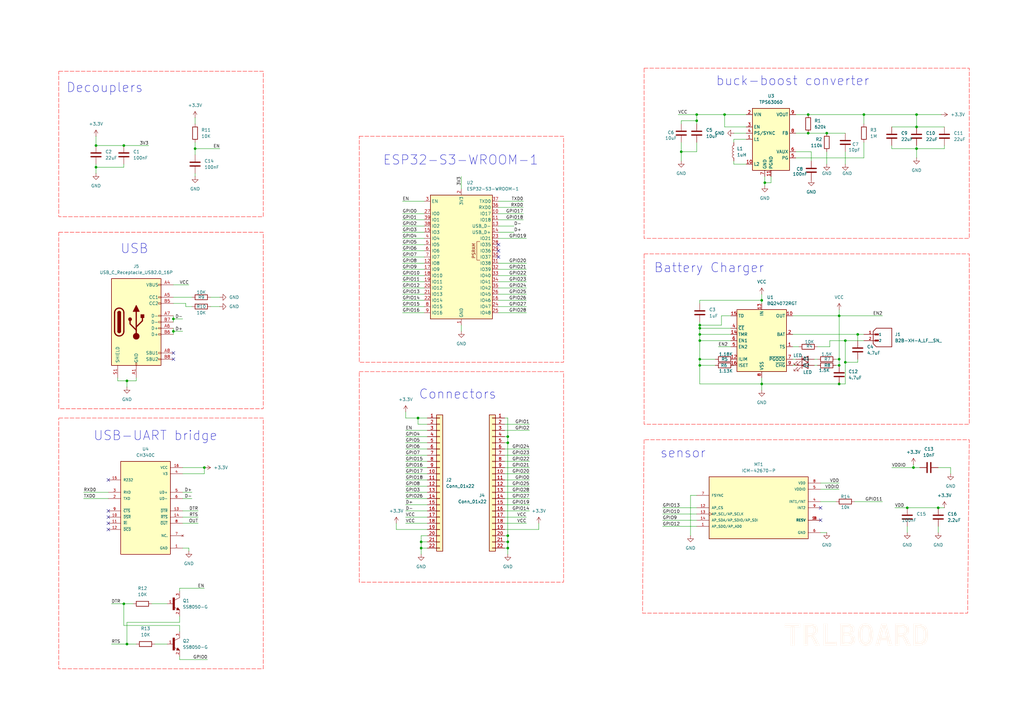
<source format=kicad_sch>
(kicad_sch (version 20250114) (generator "eeschema") (generator_version "9.0")
  (paper "A3")
  (lib_symbols
    (symbol "B2B-XH-A_LF__SN_:B2B-XH-A_LF__SN_" (pin_names (offset 1.016))
      (property "Reference" "J" (at -2.54 6.35 0))
      (property "Value" "B2B-XH-A_LF__SN_" (at -2.54 -5.08 0))
      (symbol "B2B-XH-A_LF__SN__0_0"
        (pin passive line (at -7.62 2.54 0) (length 5.08) (name "1") (number "1"))
        (pin passive line (at -7.62 0 0) (length 5.08) (name "2") (number "2"))
      )
    )
    (symbol "Battery_Management:BQ24072RGT"
      (property "Reference" "U" (at -8.89 13.97 0))
      (property "Value" "BQ24072RGT" (at 16.51 13.97 0))
      (symbol "BQ24072RGT_1_1"
        (pin input line (at -12.7 10.16 0) (length 2.54) (name "TD") (number "15"))
        (pin input line (at -12.7 5.08 0) (length 2.54) (name "~{CE}") (number "4"))
        (pin input line (at -12.7 2.54 0) (length 2.54) (name "TMR") (number "14"))
        (pin input line (at -12.7 0 0) (length 2.54) (name "EN1") (number "6"))
        (pin input line (at -12.7 -2.54 0) (length 2.54) (name "EN2") (number "5"))
        (pin passive line (at -12.7 -7.62 0) (length 2.54) (name "ILIM") (number "12"))
        (pin passive line (at -12.7 -10.16 0) (length 2.54) (name "ISET") (number "16"))
        (pin power_in line (at 0 15.24 270) (length 2.54) (name "IN") (number "13"))
        (pin passive line (at 0 -15.24 90) (length 2.54) (hide yes) (name "VSS") (number "17"))
        (pin power_in line (at 0 -15.24 90) (length 2.54) (name "VSS") (number "8"))
        (pin power_out line (at 12.7 10.16 180) (length 2.54) (name "OUT") (number "10"))
        (pin passive line (at 12.7 10.16 180) (length 2.54) (hide yes) (name "OUT") (number "11"))
        (pin power_out line (at 12.7 2.54 180) (length 2.54) (name "BAT") (number "2"))
        (pin passive line (at 12.7 2.54 180) (length 2.54) (hide yes) (name "BAT") (number "3"))
        (pin passive line (at 12.7 -2.54 180) (length 2.54) (name "TS") (number "1"))
        (pin open_collector line (at 12.7 -7.62 180) (length 2.54) (name "~{PGOOD}") (number "7"))
        (pin open_collector line (at 12.7 -10.16 180) (length 2.54) (name "~{CHG}") (number "9"))
      )
    )
    (symbol "CH340C:CH340C" (pin_names (offset 1.016))
      (property "Reference" "U" (at -10.16 20.955 0))
      (property "Value" "CH340C" (at -10.16 -20.32 0))
      (symbol "CH340C_0_0"
        (pin input line (at -15.24 12.7 0) (length 5.08) (name "R232") (number "15"))
        (pin input line (at -15.24 7.62 0) (length 5.08) (name "RXD") (number "3"))
        (pin output line (at -15.24 5.08 0) (length 5.08) (name "TXD") (number "2"))
        (pin input line (at -15.24 0 0) (length 5.08) (name "~{CTS}") (number "9"))
        (pin input line (at -15.24 -2.54 0) (length 5.08) (name "~{DSR}") (number "10"))
        (pin input line (at -15.24 -5.08 0) (length 5.08) (name "~{RI}") (number "11"))
        (pin input line (at -15.24 -7.62 0) (length 5.08) (name "~{DCD}") (number "12"))
        (pin power_in line (at 15.24 17.78 180) (length 5.08) (name "VCC") (number "16"))
        (pin power_in line (at 15.24 15.24 180) (length 5.08) (name "V3") (number "4"))
        (pin bidirectional line (at 15.24 7.62 180) (length 5.08) (name "UD+") (number "5"))
        (pin bidirectional line (at 15.24 5.08 180) (length 5.08) (name "UD-") (number "6"))
        (pin output line (at 15.24 0 180) (length 5.08) (name "~{DTR}") (number "13"))
        (pin output line (at 15.24 -2.54 180) (length 5.08) (name "~{RTS}") (number "14"))
        (pin output line (at 15.24 -5.08 180) (length 5.08) (name "~{OUT}") (number "8"))
        (pin no_connect line (at 15.24 -10.16 180) (length 5.08) (name "NC.") (number "7"))
        (pin power_in line (at 15.24 -15.24 180) (length 5.08) (name "GND") (number "1"))
      )
    )
    (symbol "Connector:USB_C_Receptacle_USB2.0_16P" (pin_names (offset 1.016))
      (property "Reference" "J" (at 0 22.225 0))
      (property "Value" "USB_C_Receptacle_USB2.0_16P" (at 0 19.685 0))
      (symbol "USB_C_Receptacle_USB2.0_16P_1_1"
        (pin passive line (at -7.62 -22.86 90) (length 5.08) (name "SHIELD") (number "S1"))
        (pin passive line (at 0 -22.86 90) (length 5.08) (name "GND") (number "A1"))
        (pin passive line (at 0 -22.86 90) (length 5.08) (hide yes) (name "GND") (number "A12"))
        (pin passive line (at 0 -22.86 90) (length 5.08) (hide yes) (name "GND") (number "B1"))
        (pin passive line (at 0 -22.86 90) (length 5.08) (hide yes) (name "GND") (number "B12"))
        (pin passive line (at 15.24 15.24 180) (length 5.08) (name "VBUS") (number "A4"))
        (pin passive line (at 15.24 15.24 180) (length 5.08) (hide yes) (name "VBUS") (number "A9"))
        (pin passive line (at 15.24 15.24 180) (length 5.08) (hide yes) (name "VBUS") (number "B4"))
        (pin passive line (at 15.24 15.24 180) (length 5.08) (hide yes) (name "VBUS") (number "B9"))
        (pin bidirectional line (at 15.24 10.16 180) (length 5.08) (name "CC1") (number "A5"))
        (pin bidirectional line (at 15.24 7.62 180) (length 5.08) (name "CC2") (number "B5"))
        (pin bidirectional line (at 15.24 2.54 180) (length 5.08) (name "D-") (number "A7"))
        (pin bidirectional line (at 15.24 0 180) (length 5.08) (name "D-") (number "B7"))
        (pin bidirectional line (at 15.24 -2.54 180) (length 5.08) (name "D+") (number "A6"))
        (pin bidirectional line (at 15.24 -5.08 180) (length 5.08) (name "D+") (number "B6"))
        (pin bidirectional line (at 15.24 -12.7 180) (length 5.08) (name "SBU1") (number "A8"))
        (pin bidirectional line (at 15.24 -15.24 180) (length 5.08) (name "SBU2") (number "B8"))
      )
    )
    (symbol "Connector_Generic:Conn_01x22" (pin_names (offset 1.016) (hide yes))
      (property "Reference" "J" (at 0 27.94 0))
      (property "Value" "Conn_01x22" (at 0 -30.48 0))
      (symbol "Conn_01x22_1_1"
        (pin passive line (at -5.08 25.4 0) (length 3.81) (name "Pin_1") (number "1"))
        (pin passive line (at -5.08 22.86 0) (length 3.81) (name "Pin_2") (number "2"))
        (pin passive line (at -5.08 20.32 0) (length 3.81) (name "Pin_3") (number "3"))
        (pin passive line (at -5.08 17.78 0) (length 3.81) (name "Pin_4") (number "4"))
        (pin passive line (at -5.08 15.24 0) (length 3.81) (name "Pin_5") (number "5"))
        (pin passive line (at -5.08 12.7 0) (length 3.81) (name "Pin_6") (number "6"))
        (pin passive line (at -5.08 10.16 0) (length 3.81) (name "Pin_7") (number "7"))
        (pin passive line (at -5.08 7.62 0) (length 3.81) (name "Pin_8") (number "8"))
        (pin passive line (at -5.08 5.08 0) (length 3.81) (name "Pin_9") (number "9"))
        (pin passive line (at -5.08 2.54 0) (length 3.81) (name "Pin_10") (number "10"))
        (pin passive line (at -5.08 0 0) (length 3.81) (name "Pin_11") (number "11"))
        (pin passive line (at -5.08 -2.54 0) (length 3.81) (name "Pin_12") (number "12"))
        (pin passive line (at -5.08 -5.08 0) (length 3.81) (name "Pin_13") (number "13"))
        (pin passive line (at -5.08 -7.62 0) (length 3.81) (name "Pin_14") (number "14"))
        (pin passive line (at -5.08 -10.16 0) (length 3.81) (name "Pin_15") (number "15"))
        (pin passive line (at -5.08 -12.7 0) (length 3.81) (name "Pin_16") (number "16"))
        (pin passive line (at -5.08 -15.24 0) (length 3.81) (name "Pin_17") (number "17"))
        (pin passive line (at -5.08 -17.78 0) (length 3.81) (name "Pin_18") (number "18"))
        (pin passive line (at -5.08 -20.32 0) (length 3.81) (name "Pin_19") (number "19"))
        (pin passive line (at -5.08 -22.86 0) (length 3.81) (name "Pin_20") (number "20"))
        (pin passive line (at -5.08 -25.4 0) (length 3.81) (name "Pin_21") (number "21"))
        (pin passive line (at -5.08 -27.94 0) (length 3.81) (name "Pin_22") (number "22"))
      )
    )
    (symbol "Device:C" (pin_numbers (hide yes)) (pin_names (offset 0.254))
      (property "Reference" "C" (at 0.635 2.54 0))
      (property "Value" "C" (at 0.635 -2.54 0))
      (symbol "C_1_1"
        (pin passive line (at 0 3.81 270) (length 2.794) (name "~") (number "1"))
        (pin passive line (at 0 -3.81 90) (length 2.794) (name "~") (number "2"))
      )
    )
    (symbol "Device:L" (pin_numbers (hide yes)) (pin_names (offset 1.016) (hide yes))
      (property "Reference" "L" (at -1.27 0 90))
      (property "Value" "L" (at 1.905 0 90))
      (symbol "L_1_1"
        (pin passive line (at 0 3.81 270) (length 1.27) (name "1") (number "1"))
        (pin passive line (at 0 -3.81 90) (length 1.27) (name "2") (number "2"))
      )
    )
    (symbol "Device:LED" (pin_numbers (hide yes)) (pin_names (offset 1.016) (hide yes))
      (property "Reference" "D" (at 0 2.54 0))
      (property "Value" "LED" (at 0 -2.54 0))
      (symbol "LED_1_1"
        (pin passive line (at -3.81 0 0) (length 2.54) (name "K") (number "1"))
        (pin passive line (at 3.81 0 180) (length 2.54) (name "A") (number "2"))
      )
    )
    (symbol "Device:R" (pin_numbers (hide yes)) (pin_names (offset 0))
      (property "Reference" "R" (at 2.032 0 90))
      (property "Value" "R" (at 0 0 90))
      (symbol "R_1_1"
        (pin passive line (at 0 3.81 270) (length 1.27) (name "~") (number "1"))
        (pin passive line (at 0 -3.81 90) (length 1.27) (name "~") (number "2"))
      )
    )
    (symbol "ICM-42670-P:ICM-42670-P" (pin_names (offset 1.016))
      (property "Reference" "MT" (at -20.32 13.97 0))
      (property "Value" "ICM-42670-P" (at -20.32 -15.24 0))
      (symbol "ICM-42670-P_0_0"
        (pin input line (at -25.4 5.08 0) (length 5.08) (name "FSYNC") (number "7"))
        (pin input line (at -25.4 0 0) (length 5.08) (name "AP_CS") (number "12"))
        (pin input clock (at -25.4 -2.54 0) (length 5.08) (name "AP_SCL/AP_SCLK") (number "13"))
        (pin bidirectional line (at -25.4 -5.08 0) (length 5.08) (name "AP_SDA/AP_SDIO/AP_SDI") (number "14"))
        (pin bidirectional line (at -25.4 -7.62 0) (length 5.08) (name "AP_SDO/AP_AD0") (number "1"))
        (pin power_in line (at 25.4 10.16 180) (length 5.08) (name "VDD") (number "8"))
        (pin power_in line (at 25.4 7.62 180) (length 5.08) (name "VDDIO") (number "5"))
        (pin output line (at 25.4 2.54 180) (length 5.08) (name "INT1/INT") (number "4"))
        (pin output line (at 25.4 0 180) (length 5.08) (name "INT2") (number "9"))
        (pin passive line (at 25.4 -5.08 180) (length 5.08) (name "RESV") (number "10"))
        (pin passive line (at 25.4 -5.08 180) (length 5.08) (name "RESV") (number "11"))
        (pin passive line (at 25.4 -5.08 180) (length 5.08) (name "RESV") (number "2"))
        (pin passive line (at 25.4 -5.08 180) (length 5.08) (name "RESV") (number "3"))
        (pin power_in line (at 25.4 -10.16 180) (length 5.08) (name "GND") (number "6"))
      )
    )
    (symbol "RF_Module:ESP32-S3-WROOM-1"
      (property "Reference" "U" (at -12.7 26.67 0))
      (property "Value" "ESP32-S3-WROOM-1" (at 12.7 26.67 0))
      (symbol "ESP32-S3-WROOM-1_0_0"
        (text "PSRAM" (at 5.08 2.54 900) (effects (font (size 1.27 1.27))))
      )
      (symbol "ESP32-S3-WROOM-1_1_1"
        (pin input line (at -15.24 22.86 0) (length 2.54) (name "EN") (number "3"))
        (pin bidirectional line (at -15.24 17.78 0) (length 2.54) (name "IO0") (number "27"))
        (pin bidirectional line (at -15.24 15.24 0) (length 2.54) (name "IO1") (number "39"))
        (pin bidirectional line (at -15.24 12.7 0) (length 2.54) (name "IO2") (number "38"))
        (pin bidirectional line (at -15.24 10.16 0) (length 2.54) (name "IO3") (number "15"))
        (pin bidirectional line (at -15.24 7.62 0) (length 2.54) (name "IO4") (number "4"))
        (pin bidirectional line (at -15.24 5.08 0) (length 2.54) (name "IO5") (number "5"))
        (pin bidirectional line (at -15.24 2.54 0) (length 2.54) (name "IO6") (number "6"))
        (pin bidirectional line (at -15.24 0 0) (length 2.54) (name "IO7") (number "7"))
        (pin bidirectional line (at -15.24 -2.54 0) (length 2.54) (name "IO8") (number "12"))
        (pin bidirectional line (at -15.24 -5.08 0) (length 2.54) (name "IO9") (number "17"))
        (pin bidirectional line (at -15.24 -7.62 0) (length 2.54) (name "IO10") (number "18"))
        (pin bidirectional line (at -15.24 -10.16 0) (length 2.54) (name "IO11") (number "19"))
        (pin bidirectional line (at -15.24 -12.7 0) (length 2.54) (name "IO12") (number "20"))
        (pin bidirectional line (at -15.24 -15.24 0) (length 2.54) (name "IO13") (number "21"))
        (pin bidirectional line (at -15.24 -17.78 0) (length 2.54) (name "IO14") (number "22"))
        (pin bidirectional line (at -15.24 -20.32 0) (length 2.54) (name "IO15") (number "8"))
        (pin bidirectional line (at -15.24 -22.86 0) (length 2.54) (name "IO16") (number "9"))
        (pin power_in line (at 0 27.94 270) (length 2.54) (name "3V3") (number "2"))
        (pin power_in line (at 0 -27.94 90) (length 2.54) (name "GND") (number "1"))
        (pin passive line (at 0 -27.94 90) (length 2.54) (hide yes) (name "GND") (number "40"))
        (pin passive line (at 0 -27.94 90) (length 2.54) (hide yes) (name "GND") (number "41"))
        (pin bidirectional line (at 15.24 22.86 180) (length 2.54) (name "TXD0") (number "37"))
        (pin bidirectional line (at 15.24 20.32 180) (length 2.54) (name "RXD0") (number "36"))
        (pin bidirectional line (at 15.24 17.78 180) (length 2.54) (name "IO17") (number "10"))
        (pin bidirectional line (at 15.24 15.24 180) (length 2.54) (name "IO18") (number "11"))
        (pin bidirectional line (at 15.24 12.7 180) (length 2.54) (name "USB_D-") (number "13"))
        (pin bidirectional line (at 15.24 10.16 180) (length 2.54) (name "USB_D+") (number "14"))
        (pin bidirectional line (at 15.24 7.62 180) (length 2.54) (name "IO21") (number "23"))
        (pin bidirectional line (at 15.24 5.08 180) (length 2.54) (name "IO35") (number "28"))
        (pin bidirectional line (at 15.24 2.54 180) (length 2.54) (name "IO36") (number "29"))
        (pin bidirectional line (at 15.24 0 180) (length 2.54) (name "IO37") (number "30"))
        (pin bidirectional line (at 15.24 -2.54 180) (length 2.54) (name "IO38") (number "31"))
        (pin bidirectional line (at 15.24 -5.08 180) (length 2.54) (name "IO39") (number "32"))
        (pin bidirectional line (at 15.24 -7.62 180) (length 2.54) (name "IO40") (number "33"))
        (pin bidirectional line (at 15.24 -10.16 180) (length 2.54) (name "IO41") (number "34"))
        (pin bidirectional line (at 15.24 -12.7 180) (length 2.54) (name "IO42") (number "35"))
        (pin bidirectional line (at 15.24 -15.24 180) (length 2.54) (name "IO45") (number "26"))
        (pin bidirectional line (at 15.24 -17.78 180) (length 2.54) (name "IO46") (number "16"))
        (pin bidirectional line (at 15.24 -20.32 180) (length 2.54) (name "IO47") (number "24"))
        (pin bidirectional line (at 15.24 -22.86 180) (length 2.54) (name "IO48") (number "25"))
      )
    )
    (symbol "Regulator_Switching:TPS63060"
      (property "Reference" "U" (at -7.62 13.97 0))
      (property "Value" "TPS63060" (at 2.54 13.97 0))
      (symbol "TPS63060_1_1"
        (pin power_in line (at -10.16 10.16 0) (length 2.54) (name "VIN") (number "2"))
        (pin input line (at -10.16 5.08 0) (length 2.54) (name "EN") (number "3"))
        (pin input line (at -10.16 2.54 0) (length 2.54) (name "PS/SYNC") (number "4"))
        (pin input line (at -10.16 0 0) (length 2.54) (name "L1") (number "1"))
        (pin input line (at -10.16 -10.16 0) (length 2.54) (name "L2") (number "10"))
        (pin power_in line (at -2.54 -15.24 90) (length 2.54) (name "GND") (number "7"))
        (pin power_in line (at 0 -15.24 90) (length 2.54) (name "PGND") (number "11"))
        (pin power_out line (at 10.16 10.16 180) (length 2.54) (name "VOUT") (number "9"))
        (pin input line (at 10.16 2.54 180) (length 2.54) (name "FB") (number "8"))
        (pin passive line (at 10.16 -5.08 180) (length 2.54) (name "VAUX") (number "6"))
        (pin output line (at 10.16 -7.62 180) (length 2.54) (name "PG") (number "5"))
      )
    )
    (symbol "SS8050-G:SS8050-G" (pin_names (offset 1.016))
      (property "Reference" "Q" (at -10.16 7.62 0))
      (property "Value" "SS8050-G" (at -10.16 -7.62 0))
      (symbol "SS8050-G_0_0"
        (pin passive line (at -2.54 0 0) (length 2.54) (name "~") (number "1"))
        (pin passive line (at 2.54 5.08 270) (length 2.54) (name "~") (number "3"))
        (pin passive line (at 2.54 -5.08 90) (length 2.54) (name "~") (number "2"))
      )
    )
    (symbol "power:+3.3V" (power) (pin_numbers (hide yes)) (pin_names (offset 0) (hide yes))
      (property "Value" "+3.3V" (at 0 3.556 0))
      (symbol "+3.3V_1_1"
        (pin power_in line (at 0 0 90) (length 0) (name "~") (number "1"))
      )
    )
    (symbol "power:GND" (power) (pin_numbers (hide yes)) (pin_names (offset 0) (hide yes))
      (property "Value" "GND" (at 0 -3.81 0))
      (symbol "GND_1_1"
        (pin power_in line (at 0 0 270) (length 0) (name "~") (number "1"))
      )
    )
    (symbol "power:VBUS" (power) (pin_numbers (hide yes)) (pin_names (offset 0) (hide yes))
      (property "Value" "VBUS" (at 0 3.556 0))
      (symbol "VBUS_1_1"
        (pin power_in line (at 0 0 90) (length 0) (name "~") (number "1"))
      )
    )
    (symbol "power:VCC" (power) (pin_numbers (hide yes)) (pin_names (offset 0) (hide yes))
      (property "Value" "VCC" (at 0 3.556 0))
      (symbol "VCC_1_1"
        (pin power_in line (at 0 0 90) (length 0) (name "~") (number "1"))
      )
    )
  )
  (text "sensor" (at 280.162 185.928 0) (effects (font (size 3.81 3.81))))
  (text "Decouplers\n" (at 42.926 36.068 0) (effects (font (size 3.81 3.81))))
  (text "Battery Charger\n" (at 290.83 109.982 0) (effects (font (size 3.81 3.81))))
  (text "ESP32-S3-WROOM-1\n" (at 188.976 65.786 0) (effects (font (size 3.81 3.81))))
  (text "USB\n" (at 55.118 102.108 0) (effects (font (size 3.81 3.81))))
  (text "USB-UART bridge\n" (at 63.754 178.816 0) (effects (font (size 3.81 3.81))))
  (text "TRLBOARD" (at 351.282 263.652 0) (effects (font (size 8.89 8.89) (bold yes))))
  (text "Connectors\n" (at 187.706 161.798 0) (effects (font (size 3.81 3.81))))
  (text "buck-boost converter\n" (at 325.12 33.274 0) (effects (font (size 3.81 3.81))))
  (junction (at 208.28 181.61))
  (junction (at 312.42 123.19))
  (junction (at 374.65 191.77))
  (junction (at 384.81 208.28))
  (junction (at 279.4 62.23))
  (junction (at 208.28 219.71))
  (junction (at 375.92 46.99))
  (junction (at 344.17 147.32))
  (junction (at 331.47 54.61))
  (junction (at 351.79 137.16))
  (junction (at 375.92 52.07))
  (junction (at 172.72 224.79))
  (junction (at 344.17 129.54))
  (junction (at 331.47 46.99))
  (junction (at 287.02 133.35))
  (junction (at 50.8 59.69))
  (junction (at 297.18 46.99))
  (junction (at 344.17 149.86))
  (junction (at 287.02 149.86))
  (junction (at 285.75 49.53))
  (junction (at 171.45 171.45))
  (junction (at 287.02 139.7))
  (junction (at 71.12 135.89))
  (junction (at 344.17 157.48))
  (junction (at 50.8 247.65))
  (junction (at 39.37 59.69))
  (junction (at 208.28 222.25))
  (junction (at 287.02 137.16))
  (junction (at 80.01 60.96))
  (junction (at 287.02 147.32))
  (junction (at 52.07 264.16))
  (junction (at 208.28 179.07))
  (junction (at 287.02 134.62))
  (junction (at 52.07 156.21))
  (junction (at 83.82 191.77))
  (junction (at 313.69 74.93))
  (junction (at 346.71 139.7))
  (junction (at 339.09 54.61))
  (junction (at 372.11 208.28))
  (junction (at 346.71 148.59))
  (junction (at 39.37 68.58))
  (junction (at 312.42 157.48))
  (junction (at 354.33 46.99))
  (junction (at 285.75 46.99))
  (junction (at 208.28 224.79))
  (junction (at 375.92 60.96))
  (junction (at 172.72 222.25))
  (junction (at 71.12 130.81))
  (no_connect (at 44.45 214.63))
  (no_connect (at 204.47 105.41))
  (no_connect (at 336.55 208.28))
  (no_connect (at 44.45 212.09))
  (no_connect (at 204.47 102.87))
  (no_connect (at 336.55 213.36))
  (no_connect (at 71.12 147.32))
  (no_connect (at 44.45 209.55))
  (no_connect (at 44.45 196.85))
  (no_connect (at 44.45 217.17))
  (no_connect (at 204.47 100.33))
  (no_connect (at 71.12 144.78))
  (wire (pts (xy 60.96 59.69) (xy 50.8 59.69)))
  (wire (pts (xy 207.01 196.85) (xy 217.17 196.85)))
  (wire (pts (xy 207.01 219.71) (xy 208.28 219.71)))
  (wire (pts (xy 339.09 62.23) (xy 339.09 67.31)))
  (wire (pts (xy 387.35 60.96) (xy 387.35 59.69)))
  (wire (pts (xy 300.99 147.32) (xy 299.72 147.32)))
  (wire (pts (xy 52.07 255.27) (xy 73.66 255.27)))
  (wire (pts (xy 351.79 137.16) (xy 354.33 137.16)))
  (wire (pts (xy 50.8 256.54) (xy 73.66 256.54)))
  (wire (pts (xy 312.42 157.48) (xy 344.17 157.48)))
  (wire (pts (xy 346.71 157.48) (xy 346.71 148.59)))
  (wire (pts (xy 285.75 49.53) (xy 285.75 46.99)))
  (wire (pts (xy 165.1 125.73) (xy 173.99 125.73)))
  (wire (pts (xy 50.8 247.65) (xy 54.61 247.65)))
  (wire (pts (xy 48.26 156.21) (xy 52.07 156.21)))
  (wire (pts (xy 166.37 204.47) (xy 175.26 204.47)))
  (wire (pts (xy 71.12 130.81) (xy 74.93 130.81)))
  (wire (pts (xy 346.71 62.23) (xy 346.71 67.31)))
  (wire (pts (xy 207.01 191.77) (xy 217.17 191.77)))
  (wire (pts (xy 73.66 241.3) (xy 73.66 242.57)))
  (wire (pts (xy 39.37 59.69) (xy 50.8 59.69)))
  (wire (pts (xy 74.93 191.77) (xy 83.82 191.77)))
  (wire (pts (xy 312.42 157.48) (xy 312.42 160.02)))
  (wire (pts (xy 375.92 52.07) (xy 387.35 52.07)))
  (wire (pts (xy 287.02 133.35) (xy 287.02 134.62)))
  (wire (pts (xy 76.2 124.46) (xy 76.2 125.73)))
  (wire (pts (xy 326.39 46.99) (xy 331.47 46.99)))
  (wire (pts (xy 86.36 121.92) (xy 90.17 121.92)))
  (wire (pts (xy 374.65 191.77) (xy 377.19 191.77)))
  (wire (pts (xy 351.79 139.7) (xy 351.79 137.16)))
  (wire (pts (xy 204.47 118.11) (xy 215.9 118.11)))
  (wire (pts (xy 336.55 198.12) (xy 344.17 198.12)))
  (wire (pts (xy 172.72 219.71) (xy 172.72 222.25)))
  (wire (pts (xy 312.42 120.65) (xy 312.42 123.19)))
  (wire (pts (xy 279.4 49.53) (xy 285.75 49.53)))
  (wire (pts (xy 354.33 46.99) (xy 354.33 50.8)))
  (wire (pts (xy 208.28 171.45) (xy 208.28 179.07)))
  (wire (pts (xy 76.2 125.73) (xy 78.74 125.73)))
  (wire (pts (xy 166.37 194.31) (xy 175.26 194.31)))
  (wire (pts (xy 207.01 209.55) (xy 217.17 209.55)))
  (wire (pts (xy 166.37 189.23) (xy 175.26 189.23)))
  (wire (pts (xy 271.78 210.82) (xy 285.75 210.82)))
  (wire (pts (xy 166.37 171.45) (xy 171.45 171.45)))
  (wire (pts (xy 165.1 105.41) (xy 173.99 105.41)))
  (wire (pts (xy 171.45 173.99) (xy 171.45 171.45)))
  (wire (pts (xy 306.07 57.15) (xy 300.99 57.15)))
  (wire (pts (xy 344.17 129.54) (xy 361.95 129.54)))
  (wire (pts (xy 334.01 149.86) (xy 335.28 149.86)))
  (wire (pts (xy 300.99 149.86) (xy 299.72 149.86)))
  (wire (pts (xy 74.93 204.47) (xy 78.74 204.47)))
  (wire (pts (xy 207.01 224.79) (xy 208.28 224.79)))
  (wire (pts (xy 331.47 46.99) (xy 354.33 46.99)))
  (wire (pts (xy 312.42 123.19) (xy 287.02 123.19)))
  (wire (pts (xy 189.23 133.35) (xy 189.23 135.89)))
  (wire (pts (xy 350.52 205.74) (xy 361.95 205.74)))
  (wire (pts (xy 71.12 129.54) (xy 71.12 130.81)))
  (wire (pts (xy 204.47 128.27) (xy 215.9 128.27)))
  (wire (pts (xy 166.37 181.61) (xy 175.26 181.61)))
  (wire (pts (xy 300.99 57.15) (xy 300.99 58.42)))
  (wire (pts (xy 344.17 147.32) (xy 342.9 147.32)))
  (wire (pts (xy 297.18 52.07) (xy 297.18 46.99)))
  (wire (pts (xy 172.72 222.25) (xy 172.72 224.79)))
  (wire (pts (xy 204.47 82.55) (xy 214.63 82.55)))
  (wire (pts (xy 44.45 201.93) (xy 34.29 201.93)))
  (wire (pts (xy 375.92 46.99) (xy 375.92 52.07)))
  (wire (pts (xy 384.81 215.9) (xy 384.81 218.44)))
  (wire (pts (xy 165.1 87.63) (xy 173.99 87.63)))
  (wire (pts (xy 207.01 176.53) (xy 217.17 176.53)))
  (wire (pts (xy 326.39 62.23) (xy 332.74 62.23)))
  (wire (pts (xy 346.71 139.7) (xy 354.33 139.7)))
  (wire (pts (xy 344.17 157.48) (xy 346.71 157.48)))
  (wire (pts (xy 166.37 196.85) (xy 175.26 196.85)))
  (wire (pts (xy 172.72 224.79) (xy 172.72 227.33)))
  (wire (pts (xy 354.33 46.99) (xy 375.92 46.99)))
  (wire (pts (xy 204.47 97.79) (xy 215.9 97.79)))
  (wire (pts (xy 204.47 92.71) (xy 210.82 92.71)))
  (wire (pts (xy 175.26 207.01) (xy 166.37 207.01)))
  (wire (pts (xy 166.37 201.93) (xy 175.26 201.93)))
  (wire (pts (xy 375.92 59.69) (xy 375.92 60.96)))
  (wire (pts (xy 279.4 62.23) (xy 285.75 62.23)))
  (wire (pts (xy 346.71 139.7) (xy 346.71 148.59)))
  (wire (pts (xy 166.37 184.15) (xy 175.26 184.15)))
  (wire (pts (xy 207.01 171.45) (xy 208.28 171.45)))
  (wire (pts (xy 207.01 207.01) (xy 217.17 207.01)))
  (wire (pts (xy 326.39 64.77) (xy 354.33 64.77)))
  (wire (pts (xy 204.47 85.09) (xy 214.63 85.09)))
  (wire (pts (xy 365.76 59.69) (xy 365.76 60.96)))
  (wire (pts (xy 207.01 173.99) (xy 217.17 173.99)))
  (wire (pts (xy 207.01 181.61) (xy 208.28 181.61)))
  (wire (pts (xy 55.88 156.21) (xy 55.88 154.94)))
  (wire (pts (xy 287.02 139.7) (xy 287.02 147.32)))
  (wire (pts (xy 326.39 54.61) (xy 331.47 54.61)))
  (wire (pts (xy 172.72 224.79) (xy 175.26 224.79)))
  (wire (pts (xy 331.47 54.61) (xy 339.09 54.61)))
  (wire (pts (xy 39.37 67.31) (xy 39.37 68.58)))
  (wire (pts (xy 316.23 74.93) (xy 313.69 74.93)))
  (wire (pts (xy 287.02 134.62) (xy 299.72 134.62)))
  (wire (pts (xy 285.75 50.8) (xy 285.75 49.53)))
  (wire (pts (xy 204.47 115.57) (xy 215.9 115.57)))
  (wire (pts (xy 316.23 72.39) (xy 316.23 74.93)))
  (wire (pts (xy 74.93 201.93) (xy 78.74 201.93)))
  (wire (pts (xy 204.47 110.49) (xy 215.9 110.49)))
  (wire (pts (xy 287.02 139.7) (xy 299.72 139.7)))
  (wire (pts (xy 287.02 132.08) (xy 287.02 133.35)))
  (wire (pts (xy 172.72 222.25) (xy 175.26 222.25)))
  (wire (pts (xy 336.55 205.74) (xy 342.9 205.74)))
  (wire (pts (xy 45.72 264.16) (xy 52.07 264.16)))
  (wire (pts (xy 71.12 124.46) (xy 76.2 124.46)))
  (wire (pts (xy 85.09 270.51) (xy 73.66 270.51)))
  (wire (pts (xy 384.81 208.28) (xy 387.35 208.28)))
  (wire (pts (xy 325.12 137.16) (xy 351.79 137.16)))
  (wire (pts (xy 204.47 113.03) (xy 215.9 113.03)))
  (wire (pts (xy 166.37 168.91) (xy 166.37 171.45)))
  (wire (pts (xy 73.66 270.51) (xy 73.66 269.24)))
  (wire (pts (xy 279.4 50.8) (xy 279.4 49.53)))
  (wire (pts (xy 71.12 135.89) (xy 71.12 137.16)))
  (wire (pts (xy 165.1 90.17) (xy 173.99 90.17)))
  (wire (pts (xy 287.02 149.86) (xy 287.02 157.48)))
  (wire (pts (xy 287.02 147.32) (xy 287.02 149.86)))
  (wire (pts (xy 300.99 67.31) (xy 306.07 67.31)))
  (wire (pts (xy 285.75 62.23) (xy 285.75 58.42)))
  (wire (pts (xy 171.45 171.45) (xy 175.26 171.45)))
  (wire (pts (xy 74.93 212.09) (xy 81.28 212.09)))
  (wire (pts (xy 335.28 142.24) (xy 340.36 142.24)))
  (wire (pts (xy 300.99 66.04) (xy 300.99 67.31)))
  (wire (pts (xy 208.28 181.61) (xy 208.28 219.71)))
  (wire (pts (xy 207.01 194.31) (xy 217.17 194.31)))
  (wire (pts (xy 165.1 110.49) (xy 173.99 110.49)))
  (wire (pts (xy 336.55 200.66) (xy 344.17 200.66)))
  (wire (pts (xy 165.1 128.27) (xy 173.99 128.27)))
  (wire (pts (xy 295.91 129.54) (xy 295.91 133.35)))
  (wire (pts (xy 295.91 129.54) (xy 299.72 129.54)))
  (wire (pts (xy 336.55 218.44) (xy 339.09 218.44)))
  (wire (pts (xy 344.17 129.54) (xy 344.17 147.32)))
  (wire (pts (xy 283.21 203.2) (xy 285.75 203.2)))
  (wire (pts (xy 204.47 123.19) (xy 215.9 123.19)))
  (wire (pts (xy 166.37 179.07) (xy 175.26 179.07)))
  (wire (pts (xy 367.03 208.28) (xy 372.11 208.28)))
  (wire (pts (xy 165.1 118.11) (xy 173.99 118.11)))
  (wire (pts (xy 165.1 113.03) (xy 173.99 113.03)))
  (wire (pts (xy 339.09 54.61) (xy 346.71 54.61)))
  (wire (pts (xy 45.72 247.65) (xy 50.8 247.65)))
  (wire (pts (xy 287.02 137.16) (xy 287.02 139.7)))
  (wire (pts (xy 52.07 264.16) (xy 55.88 264.16)))
  (wire (pts (xy 389.89 194.31) (xy 389.89 191.77)))
  (wire (pts (xy 80.01 71.12) (xy 80.01 72.39)))
  (wire (pts (xy 374.65 190.5) (xy 374.65 191.77)))
  (wire (pts (xy 325.12 149.86) (xy 326.39 149.86)))
  (wire (pts (xy 287.02 123.19) (xy 287.02 124.46)))
  (wire (pts (xy 207.01 199.39) (xy 217.17 199.39)))
  (wire (pts (xy 375.92 46.99) (xy 386.08 46.99)))
  (wire (pts (xy 90.17 60.96) (xy 80.01 60.96)))
  (wire (pts (xy 189.23 72.39) (xy 189.23 77.47)))
  (wire (pts (xy 52.07 156.21) (xy 52.07 158.75)))
  (wire (pts (xy 80.01 60.96) (xy 80.01 58.42)))
  (wire (pts (xy 166.37 199.39) (xy 175.26 199.39)))
  (wire (pts (xy 279.4 62.23) (xy 279.4 66.04)))
  (wire (pts (xy 204.47 87.63) (xy 214.63 87.63)))
  (wire (pts (xy 52.07 156.21) (xy 55.88 156.21)))
  (wire (pts (xy 39.37 55.88) (xy 39.37 59.69)))
  (wire (pts (xy 204.47 90.17) (xy 214.63 90.17)))
  (wire (pts (xy 215.9 212.09) (xy 207.01 212.09)))
  (wire (pts (xy 365.76 52.07) (xy 375.92 52.07)))
  (wire (pts (xy 365.76 191.77) (xy 374.65 191.77)))
  (wire (pts (xy 271.78 213.36) (xy 285.75 213.36)))
  (wire (pts (xy 208.28 227.33) (xy 208.28 224.79)))
  (wire (pts (xy 77.47 226.06) (xy 77.47 224.79)))
  (wire (pts (xy 287.02 137.16) (xy 299.72 137.16)))
  (wire (pts (xy 271.78 215.9) (xy 285.75 215.9)))
  (wire (pts (xy 344.17 127) (xy 344.17 129.54)))
  (wire (pts (xy 63.5 264.16) (xy 68.58 264.16)))
  (wire (pts (xy 325.12 129.54) (xy 344.17 129.54)))
  (wire (pts (xy 344.17 147.32) (xy 344.17 149.86)))
  (wire (pts (xy 74.93 194.31) (xy 83.82 194.31)))
  (wire (pts (xy 86.36 125.73) (xy 90.17 125.73)))
  (wire (pts (xy 346.71 148.59) (xy 351.79 148.59)))
  (wire (pts (xy 312.42 154.94) (xy 312.42 157.48)))
  (wire (pts (xy 389.89 191.77) (xy 384.81 191.77)))
  (wire (pts (xy 207.01 184.15) (xy 217.17 184.15)))
  (wire (pts (xy 166.37 176.53) (xy 175.26 176.53)))
  (wire (pts (xy 165.1 115.57) (xy 173.99 115.57)))
  (wire (pts (xy 208.28 219.71) (xy 208.28 222.25)))
  (wire (pts (xy 44.45 204.47) (xy 34.29 204.47)))
  (wire (pts (xy 204.47 107.95) (xy 215.9 107.95)))
  (wire (pts (xy 287.02 157.48) (xy 312.42 157.48)))
  (wire (pts (xy 271.78 208.28) (xy 285.75 208.28)))
  (wire (pts (xy 39.37 68.58) (xy 39.37 71.12)))
  (wire (pts (xy 207.01 201.93) (xy 217.17 201.93)))
  (wire (pts (xy 207.01 204.47) (xy 217.17 204.47)))
  (wire (pts (xy 279.4 58.42) (xy 279.4 62.23)))
  (wire (pts (xy 306.07 52.07) (xy 297.18 52.07)))
  (wire (pts (xy 175.26 219.71) (xy 172.72 219.71)))
  (wire (pts (xy 83.82 194.31) (xy 83.82 191.77)))
  (wire (pts (xy 50.8 68.58) (xy 50.8 67.31)))
  (wire (pts (xy 208.28 224.79) (xy 208.28 222.25)))
  (wire (pts (xy 73.66 255.27) (xy 73.66 252.73)))
  (wire (pts (xy 80.01 63.5) (xy 80.01 60.96)))
  (wire (pts (xy 365.76 60.96) (xy 375.92 60.96)))
  (wire (pts (xy 220.98 214.63) (xy 220.98 217.17)))
  (wire (pts (xy 73.66 256.54) (xy 73.66 259.08)))
  (wire (pts (xy 204.47 95.25) (xy 210.82 95.25)))
  (wire (pts (xy 162.56 214.63) (xy 162.56 217.17)))
  (wire (pts (xy 372.11 215.9) (xy 372.11 218.44)))
  (wire (pts (xy 165.1 92.71) (xy 173.99 92.71)))
  (wire (pts (xy 80.01 48.26) (xy 80.01 50.8)))
  (wire (pts (xy 313.69 72.39) (xy 313.69 74.93)))
  (wire (pts (xy 207.01 189.23) (xy 217.17 189.23)))
  (wire (pts (xy 77.47 224.79) (xy 74.93 224.79)))
  (wire (pts (xy 375.92 60.96) (xy 387.35 60.96)))
  (wire (pts (xy 344.17 149.86) (xy 342.9 149.86)))
  (wire (pts (xy 287.02 149.86) (xy 293.37 149.86)))
  (wire (pts (xy 175.26 209.55) (xy 166.37 209.55)))
  (wire (pts (xy 165.1 120.65) (xy 173.99 120.65)))
  (wire (pts (xy 287.02 147.32) (xy 293.37 147.32)))
  (wire (pts (xy 71.12 116.84) (xy 77.47 116.84)))
  (wire (pts (xy 50.8 247.65) (xy 50.8 256.54)))
  (wire (pts (xy 165.1 100.33) (xy 173.99 100.33)))
  (wire (pts (xy 285.75 46.99) (xy 297.18 46.99)))
  (wire (pts (xy 295.91 133.35) (xy 287.02 133.35)))
  (wire (pts (xy 334.01 147.32) (xy 335.28 147.32)))
  (wire (pts (xy 207.01 179.07) (xy 208.28 179.07)))
  (wire (pts (xy 166.37 191.77) (xy 175.26 191.77)))
  (wire (pts (xy 165.1 123.19) (xy 173.99 123.19)))
  (wire (pts (xy 166.37 212.09) (xy 175.26 212.09)))
  (wire (pts (xy 340.36 142.24) (xy 340.36 139.7)))
  (wire (pts (xy 313.69 74.93) (xy 313.69 76.2)))
  (wire (pts (xy 165.1 102.87) (xy 173.99 102.87)))
  (wire (pts (xy 300.99 54.61) (xy 306.07 54.61)))
  (wire (pts (xy 207.01 222.25) (xy 208.28 222.25)))
  (wire (pts (xy 340.36 139.7) (xy 346.71 139.7)))
  (wire (pts (xy 297.18 46.99) (xy 306.07 46.99)))
  (wire (pts (xy 278.13 46.99) (xy 285.75 46.99)))
  (wire (pts (xy 208.28 179.07) (xy 208.28 181.61)))
  (wire (pts (xy 83.82 241.3) (xy 73.66 241.3)))
  (wire (pts (xy 71.12 130.81) (xy 71.12 132.08)))
  (wire (pts (xy 71.12 135.89) (xy 74.93 135.89)))
  (wire (pts (xy 166.37 186.69) (xy 175.26 186.69)))
  (wire (pts (xy 351.79 148.59) (xy 351.79 147.32)))
  (wire (pts (xy 74.93 209.55) (xy 81.28 209.55)))
  (wire (pts (xy 287.02 134.62) (xy 287.02 137.16)))
  (wire (pts (xy 372.11 208.28) (xy 384.81 208.28)))
  (wire (pts (xy 62.23 247.65) (xy 68.58 247.65)))
  (wire (pts (xy 165.1 95.25) (xy 173.99 95.25)))
  (wire (pts (xy 162.56 217.17) (xy 175.26 217.17)))
  (wire (pts (xy 165.1 82.55) (xy 173.99 82.55)))
  (wire (pts (xy 215.9 214.63) (xy 207.01 214.63)))
  (wire (pts (xy 166.37 214.63) (xy 175.26 214.63)))
  (wire (pts (xy 165.1 107.95) (xy 173.99 107.95)))
  (wire (pts (xy 325.12 142.24) (xy 327.66 142.24)))
  (wire (pts (xy 283.21 219.71) (xy 283.21 203.2)))
  (wire (pts (xy 332.74 62.23) (xy 332.74 66.04)))
  (wire (pts (xy 204.47 125.73) (xy 215.9 125.73)))
  (wire (pts (xy 175.26 173.99) (xy 171.45 173.99)))
  (wire (pts (xy 52.07 264.16) (xy 52.07 255.27)))
  (wire (pts (xy 325.12 147.32) (xy 326.39 147.32)))
  (wire (pts (xy 74.93 214.63) (xy 81.28 214.63)))
  (wire (pts (xy 48.26 154.94) (xy 48.26 156.21)))
  (wire (pts (xy 354.33 58.42) (xy 354.33 64.77)))
  (wire (pts (xy 204.47 120.65) (xy 215.9 120.65)))
  (wire (pts (xy 165.1 97.79) (xy 173.99 97.79)))
  (wire (pts (xy 375.92 60.96) (xy 375.92 64.77)))
  (wire (pts (xy 39.37 68.58) (xy 50.8 68.58)))
  (wire (pts (xy 71.12 134.62) (xy 71.12 135.89)))
  (wire (pts (xy 207.01 186.69) (xy 217.17 186.69)))
  (wire (pts (xy 294.64 142.24) (xy 299.72 142.24)))
  (wire (pts (xy 312.42 123.19) (xy 312.42 124.46)))
  (wire (pts (xy 207.01 217.17) (xy 220.98 217.17)))
  (wire (pts (xy 71.12 121.92) (xy 78.74 121.92)))
  (label "GPIO20" (at 215.9 107.95 180))
  (label "GPIO1" (at 165.1 90.17 0))
  (label "DTR" (at 81.28 209.55 180))
  (label "GPIO22" (at 217.17 189.23 180))
  (label "GPIO8" (at 165.1 107.95 0))
  (label "GPIO6" (at 166.37 184.15 0))
  (label "GPIO11" (at 361.95 205.74 180))
  (label "VCC" (at 278.13 46.99 0))
  (label "3V3" (at 189.23 72.39 270))
  (label "GPIO26" (at 166.37 204.47 0))
  (label "DTR" (at 45.72 247.65 0))
  (label "GPIO0" (at 165.1 87.63 0))
  (label "3V3" (at 60.96 59.69 180))
  (label "GPIO10" (at 165.1 113.03 0))
  (label "GPIO28" (at 217.17 201.93 180))
  (label "GPIO1" (at 217.17 173.99 180))
  (label "GPIO2" (at 217.17 176.53 180))
  (label "GPIO15" (at 166.37 189.23 0))
  (label "RTS" (at 81.28 212.09 180))
  (label "EN2" (at 361.95 129.54 180))
  (label "GPIO24" (at 215.9 118.11 180))
  (label "GPIO8" (at 166.37 199.39 0))
  (label "GPIO11" (at 165.1 115.57 0))
  (label "D-" (at 74.93 130.81 180))
  (label "D+" (at 78.74 201.93 180))
  (label "GPIO12" (at 271.78 215.9 0))
  (label "GPIO9" (at 165.1 110.49 0))
  (label "TXD0" (at 34.29 204.47 0))
  (label "VDD" (at 344.17 198.12 180))
  (label "VCC" (at 215.9 212.09 180))
  (label "GPIO17" (at 214.63 87.63 180))
  (label "D+" (at 166.37 207.01 0))
  (label "GPIO5" (at 165.1 100.33 0))
  (label "GPIO21" (at 215.9 110.49 180))
  (label "EN" (at 90.17 60.96 180))
  (label "D-" (at 166.37 209.55 0))
  (label "GPIO27" (at 215.9 125.73 180))
  (label "GPIO16" (at 166.37 191.77 0))
  (label "GPIO25" (at 217.17 199.39 180))
  (label "GPIO7" (at 166.37 186.69 0))
  (label "EN" (at 165.1 82.55 0))
  (label "D+" (at 74.93 135.89 180))
  (label "VCC" (at 166.37 214.63 0))
  (label "GPIO13" (at 271.78 208.28 0))
  (label "GPIO15" (at 165.1 125.73 0))
  (label "EN2" (at 294.64 142.24 0))
  (label "RXD0" (at 34.29 201.93 0))
  (label "VDDIO" (at 344.17 200.66 180))
  (label "GPIO16" (at 165.1 128.27 0))
  (label "RTS" (at 45.72 264.16 0))
  (label "GPIO20" (at 217.17 194.31 180))
  (label "VDDIO" (at 365.76 191.77 0))
  (label "GPIO13" (at 165.1 120.65 0))
  (label "D-" (at 210.82 92.71 0))
  (label "EN" (at 166.37 176.53 0))
  (label "GPIO23" (at 215.9 115.57 180))
  (label "GPIO22" (at 215.9 113.03 180))
  (label "D-" (at 78.74 204.47 180))
  (label "GPIO19" (at 217.17 207.01 180))
  (label "GPIO5" (at 166.37 181.61 0))
  (label "GPIO3" (at 166.37 201.93 0))
  (label "GPIO7" (at 165.1 105.41 0))
  (label "GPIO14" (at 217.17 209.55 180))
  (label "GPIO21" (at 217.17 191.77 180))
  (label "GPIO6" (at 165.1 102.87 0))
  (label "GPIO10" (at 271.78 210.82 0))
  (label "GPIO4" (at 165.1 97.79 0))
  (label "D+" (at 210.82 95.25 0))
  (label "GPIO9" (at 271.78 213.36 0))
  (label "VCC" (at 166.37 212.09 0))
  (label "VDD" (at 367.03 208.28 0))
  (label "GPIO25" (at 215.9 120.65 180))
  (label "GPIO14" (at 165.1 123.19 0))
  (label "GPIO17" (at 166.37 194.31 0))
  (label "GPIO12" (at 165.1 118.11 0))
  (label "GPIO18" (at 166.37 196.85 0))
  (label "RXD0" (at 214.63 85.09 180))
  (label "GPIO0" (at 217.17 196.85 180))
  (label "GPIO28" (at 215.9 128.27 180))
  (label "GPIO2" (at 165.1 92.71 0))
  (label "GPIO0" (at 85.09 270.51 180))
  (label "TXD0" (at 214.63 82.55 180))
  (label "VCC" (at 215.9 214.63 180))
  (label "GPIO24" (at 217.17 184.15 180))
  (label "GPIO27" (at 217.17 204.47 180))
  (label "GPIO23" (at 217.17 186.69 180))
  (label "GPIO4" (at 166.37 179.07 0))
  (label "OUT" (at 81.28 214.63 180))
  (label "GPIO19" (at 215.9 97.79 180))
  (label "EN" (at 83.82 241.3 180))
  (label "GPIO3" (at 165.1 95.25 0))
  (label "GPIO18" (at 214.63 90.17 180))
  (label "GPIO26" (at 215.9 123.19 180))
  (label "VCC" (at 77.47 116.84 180))
  (rule_area (polyline (pts (xy 24.13 29.21) (xy 107.95 29.21) (xy 107.95 88.9) (xy 24.13 88.9)) (stroke (width 0) (type dash))))
  (rule_area (polyline (pts (xy 24.13 171.45) (xy 107.95 171.45) (xy 107.95 274.32) (xy 24.13 274.32)) (stroke (width 0) (type dash))))
  (rule_area (polyline (pts (xy 264.16 104.14) (xy 397.51 104.14) (xy 397.51 173.99) (xy 264.16 173.99)) (stroke (width 0) (type dash))))
  (rule_area (polyline (pts (xy 24.13 95.25) (xy 107.95 95.25) (xy 107.95 167.64) (xy 24.13 167.64)) (stroke (width 0) (type dash))))
  (rule_area (polyline (pts (xy 264.16 180.34) (xy 263.525 251.46) (xy 396.875 251.46) (xy 397.51 180.34)) (stroke (width 0) (type dash))))
  (rule_area (polyline (pts (xy 147.32 55.88) (xy 231.14 55.88) (xy 231.14 148.59) (xy 147.32 148.59)) (stroke (width 0) (type dash))))
  (rule_area (polyline (pts (xy 264.16 27.94) (xy 397.51 27.94) (xy 397.51 97.79) (xy 264.16 97.79)) (stroke (width 0) (type dash))))
  (rule_area (polyline (pts (xy 147.32 152.4) (xy 231.14 152.4) (xy 231.14 238.76) (xy 147.32 238.76)) (stroke (width 0) (type dash))))
  (symbol (lib_id "ICM-42670-P:ICM-42670-P") (at 311.15 208.28 0) (unit 1)
    (property "Reference" "MT1" (at 311.15 190.5 0))
    (property "Value" "ICM-42670-P" (at 311.15 193.04 0))
    (property "Footprint" "ICM-42670-P:XDCR_ICM-42670-P" (effects (hide yes)))
    (property "MF" "TDK InvenSense" (effects (hide yes)))
    (property "MAXIMUM_PACKAGE_HEIGHT" "0.81 mm" (effects (hide yes)))
    (property "Package" "None" (effects (hide yes)))
    (property "Price" "None" (effects (hide yes)))
    (property "Check_prices" "https://www.snapeda.com/parts/ICM-42670-P/TDK/view-part/?ref=eda" (effects (hide yes)))
    (property "STANDARD" "Manufacturer Recommendations" (effects (hide yes)))
    (property "PARTREV" "1.1" (effects (hide yes)))
    (property "SnapEDA_Link" "https://www.snapeda.com/parts/ICM-42670-P/TDK/view-part/?ref=snap" (effects (hide yes)))
    (property "MP" "ICM-42670-P" (effects (hide yes)))
    (property "Description_1" "Low-Power, Premium Performance 6-Axis MotionTrackingTM IMU with I3C, I2C and SPI interface in 2.5mm x 3mm Package" (effects (hide yes)))
    (property "Availability" "In Stock" (effects (hide yes)))
    (property "MANUFACTURER" "TDK InvenSense" (effects (hide yes)))
  )
  (symbol (lib_id "power:GND") (at 313.69 76.2 0) (unit 1)
    (property "Reference" "#PWR07" (effects (hide yes)))
    (property "Value" "GND" (at 313.69 81.28 0))
    (property "Description" "Power symbol creates a global label with name \"GND\" , ground" (effects (hide yes)))
  )
  (symbol (lib_id "RF_Module:ESP32-S3-WROOM-1") (at 189.23 105.41 0) (unit 1)
    (property "Reference" "U2" (at 191.3733 74.93 0) (effects (justify left)))
    (property "Value" "ESP32-S3-WROOM-1" (at 191.3733 77.47 0) (effects (justify left)))
    (property "Footprint" "RF_Module:ESP32-S3-WROOM-1" (effects (hide yes)))
    (property "Datasheet" "https://www.espressif.com/sites/default/files/documentation/esp32-s3-wroom-1_wroom-1u_datasheet_en.pdf" (effects (hide yes)))
    (property "Description" "RF Module, ESP32-S3 SoC, Wi-Fi 802.11b/g/n, Bluetooth, BLE, 32-bit, 3.3V, onboard antenna, SMD" (effects (hide yes)))
  )
  (symbol (lib_id "power:+3.3V") (at 220.98 214.63 0) (unit 1)
    (property "Reference" "#PWR032" (effects (hide yes)))
    (property "Value" "+3.3V" (at 220.98 209.55 0))
    (property "Description" "Power symbol creates a global label with name \"+3.3V\"" (effects (hide yes)))
  )
  (symbol (lib_id "Device:C") (at 384.81 212.09 0) (unit 1)
    (property "Reference" "C16" (at 388.62 210.8199 0) (effects (justify left)))
    (property "Value" "2.2uF" (at 388.62 213.3599 0) (effects (justify left)))
    (property "Footprint" "Capacitor_SMD:C_0402_1005Metric" (effects (hide yes)))
    (property "Description" "Unpolarized capacitor" (effects (hide yes)))
  )
  (symbol (lib_id "Device:C") (at 80.01 67.31 0) (unit 1)
    (property "Reference" "C14" (at 83.82 66.0399 0) (effects (justify left)))
    (property "Value" "100nF" (at 83.82 68.5799 0) (effects (justify left)))
    (property "Footprint" "Capacitor_SMD:C_0402_1005Metric" (effects (hide yes)))
    (property "Description" "Unpolarized capacitor" (effects (hide yes)))
  )
  (symbol (lib_id "power:GND") (at 283.21 219.71 0) (unit 1)
    (property "Reference" "#PWR030" (effects (hide yes)))
    (property "Value" "GND" (at 283.21 224.79 0))
    (property "Description" "Power symbol creates a global label with name \"GND\" , ground" (effects (hide yes)))
  )
  (symbol (lib_id "Device:C") (at 332.74 69.85 0) (unit 1)
    (property "Reference" "C8" (at 326.644 69.342 0) (effects (justify left)))
    (property "Value" "100nF" (at 325.12 71.374 0) (effects (justify left)))
    (property "Footprint" "Capacitor_SMD:C_0402_1005Metric" (effects (hide yes)))
    (property "Description" "Unpolarized capacitor" (effects (hide yes)))
  )
  (symbol (lib_id "Device:R") (at 297.18 149.86 90) (unit 1)
    (property "Reference" "R6" (at 296.926 149.86 90))
    (property "Value" "1.13K" (at 297.688 152.146 90))
    (property "Footprint" "Resistor_SMD:R_0402_1005Metric" (effects (hide yes)))
    (property "Description" "Resistor" (effects (hide yes)))
  )
  (symbol (lib_id "Device:R") (at 331.47 142.24 90) (unit 1)
    (property "Reference" "R4" (at 331.978 141.986 90))
    (property "Value" "10K" (at 331.978 140.208 90))
    (property "Footprint" "Resistor_SMD:R_0402_1005Metric" (effects (hide yes)))
    (property "Description" "Resistor" (effects (hide yes)))
  )
  (symbol (lib_id "Device:C") (at 287.02 128.27 0) (unit 1)
    (property "Reference" "C3" (at 290.83 126.9999 0) (effects (justify left)))
    (property "Value" "1uF" (at 290.83 129.5399 0) (effects (justify left)))
    (property "Footprint" "Capacitor_SMD:C_0402_1005Metric" (effects (hide yes)))
    (property "Description" "Unpolarized capacitor" (effects (hide yes)))
  )
  (symbol (lib_id "power:GND") (at 80.01 72.39 0) (unit 1)
    (property "Reference" "#PWR024" (effects (hide yes)))
    (property "Value" "GND" (at 80.01 77.47 0))
    (property "Description" "Power symbol creates a global label with name \"GND\" , ground" (effects (hide yes)))
  )
  (symbol (lib_id "Device:C") (at 387.35 55.88 0) (unit 1)
    (property "Reference" "C11" (at 391.16 54.6099 0) (effects (justify left)))
    (property "Value" "22uF" (at 391.16 57.1499 0) (effects (justify left)))
    (property "Footprint" "Capacitor_SMD:C_0603_1608Metric" (effects (hide yes)))
    (property "Description" "Unpolarized capacitor" (effects (hide yes)))
  )
  (symbol (lib_id "power:GND") (at 375.92 64.77 0) (unit 1)
    (property "Reference" "#PWR015" (effects (hide yes)))
    (property "Value" "GND" (at 375.92 69.85 0))
    (property "Description" "Power symbol creates a global label with name \"GND\" , ground" (effects (hide yes)))
  )
  (symbol (lib_id "Device:R") (at 331.47 50.8 0) (unit 1)
    (property "Reference" "R1" (at 334.01 49.5299 0) (effects (justify left)))
    (property "Value" "620k" (at 334.01 52.0699 0) (effects (justify left)))
    (property "Footprint" "Resistor_SMD:R_0402_1005Metric" (effects (hide yes)))
    (property "Description" "Resistor" (effects (hide yes)))
  )
  (symbol (lib_id "SS8050-G:SS8050-G") (at 71.12 264.16 0) (unit 1)
    (property "Reference" "Q2" (at 74.93 262.8899 0) (effects (justify left)))
    (property "Value" "SS8050-G" (at 74.93 265.4299 0) (effects (justify left)))
    (property "Footprint" "SS8050-G:TRANS_SS8050-G" (effects (hide yes)))
    (property "MF" "Comchip Technology" (effects (hide yes)))
    (property "MAXIMUM_PACKAGE_HEIGHT" "1.05 mm" (effects (hide yes)))
    (property "Package" "TO-236 Comchip" (effects (hide yes)))
    (property "Price" "None" (effects (hide yes)))
    (property "Check_prices" "https://www.snapeda.com/parts/SS8050-G/Comchip/view-part/?ref=eda" (effects (hide yes)))
    (property "STANDARD" "Manufacturer Recommendations" (effects (hide yes)))
    (property "PARTREV" "A" (effects (hide yes)))
    (property "SnapEDA_Link" "https://www.snapeda.com/parts/SS8050-G/Comchip/view-part/?ref=snap" (effects (hide yes)))
    (property "MP" "SS8050-G" (effects (hide yes)))
    (property "Description_1" "Bipolar (BJT) Transistor NPN 25 V 1.5 A 100MHz 300 mW Surface Mount SOT-23-3" (effects (hide yes)))
    (property "Availability" "In Stock" (effects (hide yes)))
    (property "MANUFACTURER" "Comchip" (effects (hide yes)))
  )
  (symbol (lib_id "power:GND") (at 384.81 218.44 0) (unit 1)
    (property "Reference" "#PWR026" (effects (hide yes)))
    (property "Value" "GND" (at 384.81 223.52 0))
    (property "Description" "Power symbol creates a global label with name \"GND\" , ground" (effects (hide yes)))
  )
  (symbol (lib_id "power:GND") (at 52.07 158.75 0) (unit 1)
    (property "Reference" "#PWR016" (effects (hide yes)))
    (property "Value" "GND" (at 52.07 163.83 0))
    (property "Description" "Power symbol creates a global label with name \"GND\" , ground" (effects (hide yes)))
  )
  (symbol (lib_id "Device:R") (at 59.69 264.16 90) (unit 1)
    (property "Reference" "R13" (at 59.69 257.81 90))
    (property "Value" "10K" (at 59.69 260.35 90))
    (property "Footprint" "Resistor_SMD:R_0402_1005Metric" (effects (hide yes)))
    (property "Description" "Resistor" (effects (hide yes)))
  )
  (symbol (lib_id "Device:C") (at 39.37 63.5 0) (unit 1)
    (property "Reference" "C2" (at 43.18 62.2299 0) (effects (justify left)))
    (property "Value" "22uF" (at 43.18 64.7699 0) (effects (justify left)))
    (property "Footprint" "Capacitor_SMD:C_0603_1608Metric" (effects (hide yes)))
    (property "Description" "Unpolarized capacitor" (effects (hide yes)))
  )
  (symbol (lib_id "Device:C") (at 372.11 212.09 0) (unit 1)
    (property "Reference" "C15" (at 375.92 210.8199 0) (effects (justify left)))
    (property "Value" "100nF" (at 375.92 213.3599 0) (effects (justify right)))
    (property "Footprint" "Capacitor_SMD:C_0402_1005Metric" (effects (hide yes)))
    (property "Description" "Unpolarized capacitor" (effects (hide yes)))
  )
  (symbol (lib_id "Device:LED") (at 330.2 149.86 0) (unit 1)
    (property "Reference" "D2" (at 330.708 149.86 0))
    (property "Value" "LED" (at 331.216 152.654 0))
    (property "Footprint" "LED_SMD:LED_0402_1005Metric_Pad0.77x0.64mm_HandSolder" (effects (hide yes)))
    (property "Description" "Light emitting diode" (effects (hide yes)))
    (property "Sim.Pins" "1=K 2=A" (effects (hide yes)))
  )
  (symbol (lib_id "power:GND") (at 172.72 227.33 0) (unit 1)
    (property "Reference" "#PWR020" (effects (hide yes)))
    (property "Value" "GND" (at 172.72 232.41 0))
    (property "Description" "Power symbol creates a global label with name \"GND\" , ground" (effects (hide yes)))
  )
  (symbol (lib_id "power:GND") (at 372.11 218.44 0) (unit 1)
    (property "Reference" "#PWR025" (effects (hide yes)))
    (property "Value" "GND" (at 372.11 223.52 0))
    (property "Description" "Power symbol creates a global label with name \"GND\" , ground" (effects (hide yes)))
  )
  (symbol (lib_id "power:GND") (at 389.89 194.31 0) (unit 1)
    (property "Reference" "#PWR010" (effects (hide yes)))
    (property "Value" "GND" (at 389.89 199.39 0))
    (property "Description" "Power symbol creates a global label with name \"GND\" , ground" (effects (hide yes)))
  )
  (symbol (lib_id "power:GND") (at 312.42 160.02 0) (unit 1)
    (property "Reference" "#PWR05" (effects (hide yes)))
    (property "Value" "GND" (at 312.42 165.1 0))
    (property "Description" "Power symbol creates a global label with name \"GND\" , ground" (effects (hide yes)))
  )
  (symbol (lib_id "Device:R") (at 58.42 247.65 90) (unit 1)
    (property "Reference" "R12" (at 58.42 241.3 90))
    (property "Value" "10K" (at 58.42 243.84 90))
    (property "Footprint" "Resistor_SMD:R_0402_1005Metric" (effects (hide yes)))
    (property "Description" "Resistor" (effects (hide yes)))
  )
  (symbol (lib_id "Connector:USB_C_Receptacle_USB2.0_16P") (at 55.88 132.08 0) (unit 1)
    (property "Reference" "J5" (at 55.88 109.22 0))
    (property "Value" "USB_C_Receptacle_USB2.0_16P" (at 55.88 111.76 0))
    (property "Footprint" "PCM_marbastlib-various:USB_C_Receptacle_HRO_TYPE-C-31-M-12" (effects (hide yes)))
    (property "Datasheet" "https://www.usb.org/sites/default/files/documents/usb_type-c.zip" (effects (hide yes)))
    (property "Description" "USB 2.0-only 16P Type-C Receptacle connector" (effects (hide yes)))
  )
  (symbol (lib_id "Device:R") (at 80.01 54.61 0) (unit 1)
    (property "Reference" "R11" (at 82.55 53.3399 0) (effects (justify left)))
    (property "Value" "10K" (at 82.55 55.8799 0) (effects (justify left)))
    (property "Footprint" "Resistor_SMD:R_0402_1005Metric" (effects (hide yes)))
    (property "Description" "Resistor" (effects (hide yes)))
  )
  (symbol (lib_id "Device:C") (at 365.76 55.88 0) (unit 1)
    (property "Reference" "C9" (at 369.57 54.6099 0) (effects (justify left)))
    (property "Value" "22uF" (at 369.57 57.1499 0) (effects (justify left)))
    (property "Footprint" "Capacitor_SMD:C_0603_1608Metric" (effects (hide yes)))
    (property "Description" "Unpolarized capacitor" (effects (hide yes)))
  )
  (symbol (lib_id "power:GND") (at 90.17 121.92 90) (unit 1)
    (property "Reference" "#PWR017" (effects (hide yes)))
    (property "Value" "GND" (at 93.98 121.9199 90) (effects (justify right)))
    (property "Description" "Power symbol creates a global label with name \"GND\" , ground" (effects (hide yes)))
  )
  (symbol (lib_id "power:+3.3V") (at 162.56 214.63 0) (mirror y) (unit 1)
    (property "Reference" "#PWR033" (effects (hide yes)))
    (property "Value" "+3.3V" (at 162.56 209.55 0))
    (property "Description" "Power symbol creates a global label with name \"+3.3V\"" (effects (hide yes)))
  )
  (symbol (lib_id "Device:C") (at 381 191.77 90) (unit 1)
    (property "Reference" "C13" (at 381 184.15 90))
    (property "Value" "10nF" (at 381 186.69 90))
    (property "Footprint" "Capacitor_SMD:C_0402_1005Metric" (effects (hide yes)))
    (property "Description" "Unpolarized capacitor" (effects (hide yes)))
  )
  (symbol (lib_id "Device:C") (at 50.8 63.5 180) (unit 1)
    (property "Reference" "C1" (at 54.61 62.2299 0) (effects (justify right)))
    (property "Value" "100nF" (at 54.61 64.7699 0) (effects (justify right)))
    (property "Footprint" "Capacitor_SMD:C_0402_1005Metric" (effects (hide yes)))
    (property "Description" "Unpolarized capacitor" (effects (hide yes)))
  )
  (symbol (lib_id "Device:L") (at 300.99 62.23 180) (unit 1)
    (property "Reference" "L1" (at 302.26 60.9599 0) (effects (justify right)))
    (property "Value" "1uH" (at 302.26 63.4999 0) (effects (justify right)))
    (property "Footprint" "Inductor_SMD:L_0402_1005Metric" (effects (hide yes)))
    (property "Description" "Inductor" (effects (hide yes)))
  )
  (symbol (lib_id "power:+3.3V") (at 386.08 46.99 270) (unit 1)
    (property "Reference" "#PWR011" (effects (hide yes)))
    (property "Value" "+3.3V" (at 389.89 46.9899 90) (effects (justify left)))
    (property "Description" "Power symbol creates a global label with name \"+3.3V\"" (effects (hide yes)))
  )
  (symbol (lib_id "power:+3.3V") (at 39.37 55.88 0) (unit 1)
    (property "Reference" "#PWR02" (effects (hide yes)))
    (property "Value" "+3.3V" (at 39.37 50.8 0))
    (property "Description" "Power symbol creates a global label with name \"+3.3V\"" (effects (hide yes)))
  )
  (symbol (lib_id "Device:C") (at 375.92 55.88 0) (unit 1)
    (property "Reference" "C10" (at 379.73 54.6099 0) (effects (justify left)))
    (property "Value" "22uF" (at 379.73 57.1499 0) (effects (justify left)))
    (property "Footprint" "Capacitor_SMD:C_0603_1608Metric" (effects (hide yes)))
    (property "Description" "Unpolarized capacitor" (effects (hide yes)))
  )
  (symbol (lib_id "Device:C") (at 344.17 153.67 0) (unit 1)
    (property "Reference" "C12" (at 347.98 152.3999 0) (effects (justify left)))
    (property "Value" "4.7uF" (at 347.98 154.9399 0) (effects (justify left)))
    (property "Footprint" "Capacitor_SMD:C_0603_1608Metric" (effects (hide yes)))
    (property "Description" "Unpolarized capacitor" (effects (hide yes)))
  )
  (symbol (lib_id "power:+3.3V") (at 166.37 168.91 0) (unit 1)
    (property "Reference" "#PWR019" (effects (hide yes)))
    (property "Value" "+3.3V" (at 166.37 163.83 0))
    (property "Description" "Power symbol creates a global label with name \"+3.3V\"" (effects (hide yes)))
  )
  (symbol (lib_id "Device:LED") (at 330.2 147.32 0) (unit 1)
    (property "Reference" "D1" (at 330.708 147.066 0))
    (property "Value" "LED" (at 327.152 145.796 0))
    (property "Footprint" "LED_SMD:LED_0402_1005Metric_Pad0.77x0.64mm_HandSolder" (effects (hide yes)))
    (property "Description" "Light emitting diode" (effects (hide yes)))
    (property "Sim.Pins" "1=K 2=A" (effects (hide yes)))
  )
  (symbol (lib_id "Device:R") (at 339.09 58.42 0) (unit 1)
    (property "Reference" "R2" (at 334.518 57.15 0) (effects (justify left)))
    (property "Value" "110k" (at 332.486 59.69 0) (effects (justify left)))
    (property "Footprint" "Resistor_SMD:R_0402_1005Metric" (effects (hide yes)))
    (property "Description" "Resistor" (effects (hide yes)))
  )
  (symbol (lib_id "Device:R") (at 339.09 147.32 90) (unit 1)
    (property "Reference" "R7" (at 339.344 147.32 90))
    (property "Value" "1.5K" (at 339.09 145.288 90))
    (property "Footprint" "Resistor_SMD:R_0402_1005Metric" (effects (hide yes)))
    (property "Description" "Resistor" (effects (hide yes)))
  )
  (symbol (lib_id "power:+3.3V") (at 83.82 191.77 270) (unit 1)
    (property "Reference" "#PWR035" (effects (hide yes)))
    (property "Value" "+3.3V" (at 87.63 191.7699 90) (effects (justify left)))
    (property "Description" "Power symbol creates a global label with name \"+3.3V\"" (effects (hide yes)))
  )
  (symbol (lib_id "power:GND") (at 346.71 67.31 0) (unit 1)
    (property "Reference" "#PWR012" (effects (hide yes)))
    (property "Value" "GND" (at 347.472 71.12 0))
    (property "Description" "Power symbol creates a global label with name \"GND\" , ground" (effects (hide yes)))
  )
  (symbol (lib_id "power:VCC") (at 344.17 127 0) (unit 1)
    (property "Reference" "#PWR06" (effects (hide yes)))
    (property "Value" "VCC" (at 344.17 121.92 0))
    (property "Description" "Power symbol creates a global label with name \"VCC\"" (effects (hide yes)))
  )
  (symbol (lib_id "Device:C") (at 351.79 143.51 0) (unit 1)
    (property "Reference" "C4" (at 355.6 142.2399 0) (effects (justify left)))
    (property "Value" "4.7uF" (at 355.6 144.7799 0) (effects (justify left)))
    (property "Footprint" "Capacitor_SMD:C_0402_1005Metric" (effects (hide yes)))
    (property "Description" "Unpolarized capacitor" (effects (hide yes)))
  )
  (symbol (lib_id "power:+3.3V") (at 374.65 190.5 0) (unit 1)
    (property "Reference" "#PWR022" (effects (hide yes)))
    (property "Value" "+3.3V" (at 374.65 185.42 0))
    (property "Description" "Power symbol creates a global label with name \"+3.3V\"" (effects (hide yes)))
  )
  (symbol (lib_id "Device:C") (at 285.75 54.61 0) (unit 1)
    (property "Reference" "C5" (at 289.56 53.3399 0) (effects (justify left)))
    (property "Value" "10uF" (at 289.56 55.8799 0) (effects (justify left)))
    (property "Footprint" "Capacitor_SMD:C_0603_1608Metric" (effects (hide yes)))
    (property "Description" "Unpolarized capacitor" (effects (hide yes)))
  )
  (symbol (lib_id "power:GND") (at 90.17 125.73 90) (unit 1)
    (property "Reference" "#PWR018" (effects (hide yes)))
    (property "Value" "GND" (at 93.98 125.7299 90) (effects (justify right)))
    (property "Description" "Power symbol creates a global label with name \"GND\" , ground" (effects (hide yes)))
  )
  (symbol (lib_id "SS8050-G:SS8050-G") (at 71.12 247.65 0) (unit 1)
    (property "Reference" "Q1" (at 74.93 246.3799 0) (effects (justify left)))
    (property "Value" "SS8050-G" (at 74.93 248.9199 0) (effects (justify left)))
    (property "Footprint" "SS8050-G:TRANS_SS8050-G" (effects (hide yes)))
    (property "MF" "Comchip Technology" (effects (hide yes)))
    (property "MAXIMUM_PACKAGE_HEIGHT" "1.05 mm" (effects (hide yes)))
    (property "Package" "TO-236 Comchip" (effects (hide yes)))
    (property "Price" "None" (effects (hide yes)))
    (property "Check_prices" "https://www.snapeda.com/parts/SS8050-G/Comchip/view-part/?ref=eda" (effects (hide yes)))
    (property "STANDARD" "Manufacturer Recommendations" (effects (hide yes)))
    (property "PARTREV" "A" (effects (hide yes)))
    (property "SnapEDA_Link" "https://www.snapeda.com/parts/SS8050-G/Comchip/view-part/?ref=snap" (effects (hide yes)))
    (property "MP" "SS8050-G" (effects (hide yes)))
    (property "Description_1" "Bipolar (BJT) Transistor NPN 25 V 1.5 A 100MHz 300 mW Surface Mount SOT-23-3" (effects (hide yes)))
    (property "Availability" "In Stock" (effects (hide yes)))
    (property "MANUFACTURER" "Comchip" (effects (hide yes)))
  )
  (symbol (lib_id "power:GND") (at 208.28 227.33 0) (unit 1)
    (property "Reference" "#PWR021" (effects (hide yes)))
    (property "Value" "GND" (at 208.28 232.41 0))
    (property "Description" "Power symbol creates a global label with name \"GND\" , ground" (effects (hide yes)))
  )
  (symbol (lib_id "Device:R") (at 346.71 205.74 90) (unit 1)
    (property "Reference" "R14" (at 346.71 203.708 90))
    (property "Value" "10k" (at 346.71 208.026 90))
    (property "Footprint" "Resistor_SMD:R_0402_1005Metric" (effects (hide yes)))
    (property "Description" "Resistor" (effects (hide yes)))
  )
  (symbol (lib_id "Battery_Management:BQ24072RGT") (at 312.42 139.7 0) (unit 1)
    (property "Reference" "U1" (at 314.5633 121.92 0) (effects (justify left)))
    (property "Value" "BQ24072RGT" (at 314.5633 124.46 0) (effects (justify left)))
    (property "Footprint" "Package_DFN_QFN:VQFN-16-1EP_3x3mm_P0.5mm_EP1.6x1.6mm" (effects (hide yes)))
    (property "Datasheet" "http://www.ti.com/lit/ds/symlink/bq24072.pdf" (effects (hide yes)))
    (property "Description" "USB-Friendly Li-Ion Battery Charger and Power-Path Management, VQFN-16" (effects (hide yes)))
  )
  (symbol (lib_id "Device:R") (at 339.09 149.86 90) (unit 1)
    (property "Reference" "R8" (at 339.344 149.86 90))
    (property "Value" "1.5K" (at 338.074 151.892 90))
    (property "Footprint" "Resistor_SMD:R_0402_1005Metric" (effects (hide yes)))
    (property "Description" "Resistor" (effects (hide yes)))
  )
  (symbol (lib_id "Device:C") (at 279.4 54.61 0) (unit 1)
    (property "Reference" "C6" (at 273.812 54.356 0) (effects (justify left)))
    (property "Value" "10uF" (at 272.796 56.642 0) (effects (justify left)))
    (property "Footprint" "Capacitor_SMD:C_0603_1608Metric" (effects (hide yes)))
    (property "Description" "Unpolarized capacitor" (effects (hide yes)))
  )
  (symbol (lib_id "power:+3.3V") (at 387.35 208.28 0) (unit 1)
    (property "Reference" "#PWR027" (effects (hide yes)))
    (property "Value" "+3.3V" (at 387.35 203.2 0))
    (property "Description" "Power symbol creates a global label with name \"+3.3V\"" (effects (hide yes)))
  )
  (symbol (lib_id "B2B-XH-A_LF__SN_:B2B-XH-A_LF__SN_") (at 361.95 139.7 0) (unit 1)
    (property "Reference" "J1" (at 367.03 137.1599 0) (effects (justify left)))
    (property "Value" "B2B-XH-A_LF__SN_" (at 367.03 139.6999 0) (effects (justify left)))
    (property "Footprint" "B2B-XH-A_LF__SN_:JST_B2B-XH-A_LF__SN_" (effects (hide yes)))
    (property "MF" "JST Sales America Inc." (effects (hide yes)))
    (property "MAXIMUM_PACKAGE_HEIGHT" "7 mm" (effects (hide yes)))
    (property "Package" "None" (effects (hide yes)))
    (property "Price" "None" (effects (hide yes)))
    (property "Check_prices" "https://www.snapeda.com/parts/B2B-XH-A(LF)(SN)/JST/view-part/?ref=eda" (effects (hide yes)))
    (property "STANDARD" "Manufacturer Recommendations" (effects (hide yes)))
    (property "PARTREV" "N/A" (effects (hide yes)))
    (property "SnapEDA_Link" "https://www.snapeda.com/parts/B2B-XH-A(LF)(SN)/JST/view-part/?ref=snap" (effects (hide yes)))
    (property "MP" "B2B-XH-A(LF)(SN)" (effects (hide yes)))
    (property "Description_1" "Connector Header Through Hole 2 position 0.098 (2.50mm)" (effects (hide yes)))
    (property "Availability" "In Stock" (effects (hide yes)))
    (property "MANUFACTURER" "JST Sales America Inc." (effects (hide yes)))
  )
  (symbol (lib_id "power:GND") (at 332.74 73.66 0) (unit 1)
    (property "Reference" "#PWR014" (effects (hide yes)))
    (property "Value" "GND" (at 332.74 78.74 0))
    (property "Description" "Power symbol creates a global label with name \"GND\" , ground" (effects (hide yes)))
  )
  (symbol (lib_id "Device:C") (at 346.71 58.42 0) (unit 1)
    (property "Reference" "C7" (at 349.504 59.182 0) (effects (justify left)))
    (property "Value" "10pF" (at 347.98 61.468 0) (effects (justify left)))
    (property "Footprint" "Capacitor_SMD:C_0402_1005Metric" (effects (hide yes)))
    (property "Description" "Unpolarized capacitor" (effects (hide yes)))
  )
  (symbol (lib_id "power:GND") (at 279.4 66.04 0) (unit 1)
    (property "Reference" "#PWR08" (effects (hide yes)))
    (property "Value" "GND" (at 279.4 71.12 0))
    (property "Description" "Power symbol creates a global label with name \"GND\" , ground" (effects (hide yes)))
  )
  (symbol (lib_id "power:GND") (at 339.09 218.44 0) (unit 1)
    (property "Reference" "#PWR029" (effects (hide yes)))
    (property "Value" "GND" (at 339.09 223.52 0))
    (property "Description" "Power symbol creates a global label with name \"GND\" , ground" (effects (hide yes)))
  )
  (symbol (lib_id "power:GND") (at 189.23 135.89 0) (unit 1)
    (property "Reference" "#PWR01" (effects (hide yes)))
    (property "Value" "GND" (at 189.23 140.97 0))
    (property "Description" "Power symbol creates a global label with name \"GND\" , ground" (effects (hide yes)))
  )
  (symbol (lib_id "Connector_Generic:Conn_01x22") (at 180.34 196.85 0) (unit 1)
    (property "Reference" "J2" (at 182.88 196.8499 0) (effects (justify left)))
    (property "Value" "Conn_01x22" (at 182.88 199.3899 0) (effects (justify left)))
    (property "Footprint" "Connector_PinHeader_2.54mm:PinHeader_1x22_P2.54mm_Vertical" (effects (hide yes)))
    (property "Description" "Generic connector, single row, 01x22, script generated (kicad-library-utils/schlib/autogen/connector/)" (effects (hide yes)))
  )
  (symbol (lib_id "Connector_Generic:Conn_01x22") (at 201.93 196.85 0) (mirror y) (unit 1)
    (property "Reference" "J4" (at 198.882 203.2 0) (effects (justify left)))
    (property "Value" "Conn_01x22" (at 199.644 205.74 0) (effects (justify left)))
    (property "Footprint" "Connector_PinHeader_2.54mm:PinHeader_1x22_P2.54mm_Vertical" (effects (hide yes)))
    (property "Description" "Generic connector, single row, 01x22, script generated (kicad-library-utils/schlib/autogen/connector/)" (effects (hide yes)))
  )
  (symbol (lib_id "Regulator_Switching:TPS63060") (at 316.23 57.15 0) (unit 1)
    (property "Reference" "U3" (at 316.23 39.37 0))
    (property "Value" "TPS63060" (at 316.23 41.91 0))
    (property "Footprint" "Package_SON:Texas_S-PWSON-N10_ThermalVias" (effects (hide yes)))
    (property "Datasheet" "http://www.ti.com/lit/ds/symlink/tps63060.pdf" (effects (hide yes)))
    (property "Description" "Buck-Boost Converter, 2.5-12V Input Voltage, 2-A Switch Current, Adjustable 2.5-8V Output Voltage, S-PWSON-N10" (effects (hide yes)))
  )
  (symbol (lib_id "power:VBUS") (at 312.42 120.65 0) (unit 1)
    (property "Reference" "#PWR04" (effects (hide yes)))
    (property "Value" "VCC" (at 312.42 115.57 0))
    (property "Description" "Power symbol creates a global label with name \"VBUS\"" (effects (hide yes)))
  )
  (symbol (lib_id "Device:R") (at 354.33 54.61 0) (unit 1)
    (property "Reference" "R3" (at 356.87 53.3399 0) (effects (justify left)))
    (property "Value" "1M" (at 356.87 55.8799 0) (effects (justify left)))
    (property "Footprint" "Resistor_SMD:R_0603_1608Metric" (effects (hide yes)))
    (property "Description" "Resistor" (effects (hide yes)))
  )
  (symbol (lib_id "power:GND") (at 77.47 226.06 0) (unit 1)
    (property "Reference" "#PWR023" (effects (hide yes)))
    (property "Value" "GND" (at 77.47 231.14 0))
    (property "Description" "Power symbol creates a global label with name \"GND\" , ground" (effects (hide yes)))
  )
  (symbol (lib_id "Device:R") (at 297.18 147.32 90) (unit 1)
    (property "Reference" "R5" (at 297.18 147.32 90))
    (property "Value" "1.18K" (at 297.688 145.288 90))
    (property "Footprint" "Resistor_SMD:R_0402_1005Metric" (effects (hide yes)))
    (property "Description" "Resistor" (effects (hide yes)))
  )
  (symbol (lib_id "Device:R") (at 82.55 121.92 90) (unit 1)
    (property "Reference" "R9" (at 82.55 121.92 90))
    (property "Value" "10K" (at 82.55 119.888 90))
    (property "Footprint" "Resistor_SMD:R_0402_1005Metric" (effects (hide yes)))
    (property "Description" "Resistor" (effects (hide yes)))
  )
  (symbol (lib_id "CH340C:CH340C") (at 59.69 209.55 0) (unit 1)
    (property "Reference" "U4" (at 59.69 184.15 0))
    (property "Value" "CH340C" (at 59.69 186.69 0))
    (property "Footprint" "CH340C:SOIC127P600X180-16N" (effects (hide yes)))
    (property "MF" "WCH" (effects (hide yes)))
    (property "MAXIMUM_PACKAGE_HEIGHT" "1.8 mm" (effects (hide yes)))
    (property "Package" "None" (effects (hide yes)))
    (property "Price" "None" (effects (hide yes)))
    (property "Check_prices" "https://www.snapeda.com/parts/CH340C/WCH/view-part/?ref=eda" (effects (hide yes)))
    (property "STANDARD" "IPC 7351B" (effects (hide yes)))
    (property "PARTREV" "2G" (effects (hide yes)))
    (property "SnapEDA_Link" "https://www.snapeda.com/parts/CH340C/WCH/view-part/?ref=snap" (effects (hide yes)))
    (property "MP" "CH340C" (effects (hide yes)))
    (property "Description_1" "USB to serial chip CH340" (effects (hide yes)))
    (property "Availability" "Not in stock" (effects (hide yes)))
    (property "MANUFACTURER" "WCH" (effects (hide yes)))
  )
  (symbol (lib_id "Device:R") (at 82.55 125.73 90) (unit 1)
    (property "Reference" "R10" (at 82.55 125.73 90))
    (property "Value" "10K" (at 82.55 128.27 90))
    (property "Footprint" "Resistor_SMD:R_0402_1005Metric" (effects (hide yes)))
    (property "Description" "Resistor" (effects (hide yes)))
  )
  (symbol (lib_id "power:GND") (at 339.09 67.31 0) (unit 1)
    (property "Reference" "#PWR013" (effects (hide yes)))
    (property "Value" "GND" (at 339.09 71.12 0))
    (property "Description" "Power symbol creates a global label with name \"GND\" , ground" (effects (hide yes)))
  )
  (symbol (lib_id "power:GND") (at 39.37 71.12 0) (unit 1)
    (property "Reference" "#PWR03" (effects (hide yes)))
    (property "Value" "GND" (at 39.37 76.2 0))
    (property "Description" "Power symbol creates a global label with name \"GND\" , ground" (effects (hide yes)))
  )
  (symbol (lib_id "power:+3.3V") (at 80.01 48.26 0) (unit 1)
    (property "Reference" "#PWR028" (effects (hide yes)))
    (property "Value" "+3.3V" (at 80.01 43.18 0))
    (property "Description" "Power symbol creates a global label with name \"+3.3V\"" (effects (hide yes)))
  )
  (symbol (lib_id "power:GND") (at 300.99 54.61 270) (unit 1)
    (property "Reference" "#PWR09" (effects (hide yes)))
    (property "Value" "GND" (at 297.18 54.6099 90) (effects (justify right)))
    (property "Description" "Power symbol creates a global label with name \"GND\" , ground" (effects (hide yes)))
  )
)
</source>
